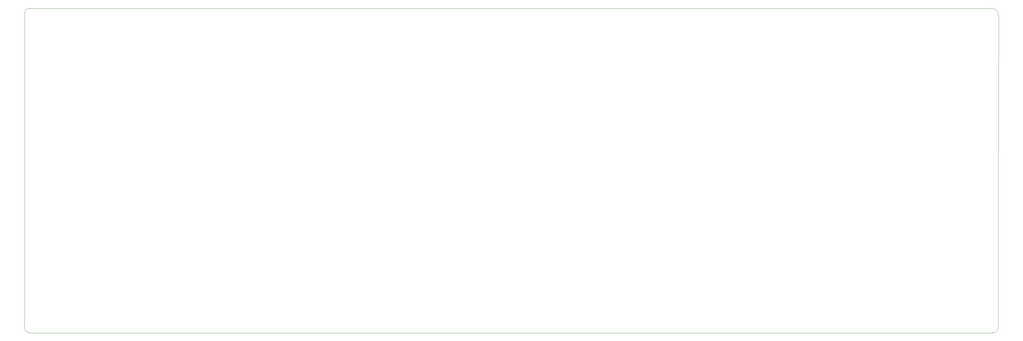
<source format=gbr>
G04 #@! TF.GenerationSoftware,KiCad,Pcbnew,(5.1.4)-1*
G04 #@! TF.CreationDate,2021-06-08T22:07:55-07:00*
G04 #@! TF.ProjectId,Build,4275696c-642e-46b6-9963-61645f706362,rev?*
G04 #@! TF.SameCoordinates,Original*
G04 #@! TF.FileFunction,Profile,NP*
%FSLAX46Y46*%
G04 Gerber Fmt 4.6, Leading zero omitted, Abs format (unit mm)*
G04 Created by KiCad (PCBNEW (5.1.4)-1) date 2021-06-08 22:07:55*
%MOMM*%
%LPD*%
G04 APERTURE LIST*
%ADD10C,0.050000*%
G04 APERTURE END LIST*
D10*
X14859000Y-71882000D02*
X14859000Y-74676000D01*
X300482000Y-71882000D02*
X300482000Y-74676000D01*
X300482000Y-74676000D02*
X300482000Y-109728000D01*
X300482000Y-71882000D02*
X300609000Y-18288000D01*
X14859000Y-74676000D02*
X14859000Y-109728000D01*
X14859000Y-71882000D02*
X14859000Y-17780000D01*
X16510000Y-16129000D02*
X298450000Y-16129000D01*
X298450000Y-16129000D02*
G75*
G02X300609000Y-18288000I0J-2159000D01*
G01*
X298831000Y-111379000D02*
X16510000Y-111379000D01*
X300482000Y-109728000D02*
G75*
G02X298831000Y-111379000I-1651000J0D01*
G01*
X16510000Y-111379000D02*
G75*
G02X14859000Y-109728000I0J1651000D01*
G01*
X14859000Y-17780000D02*
G75*
G02X16510000Y-16129000I1651000J0D01*
G01*
M02*

</source>
